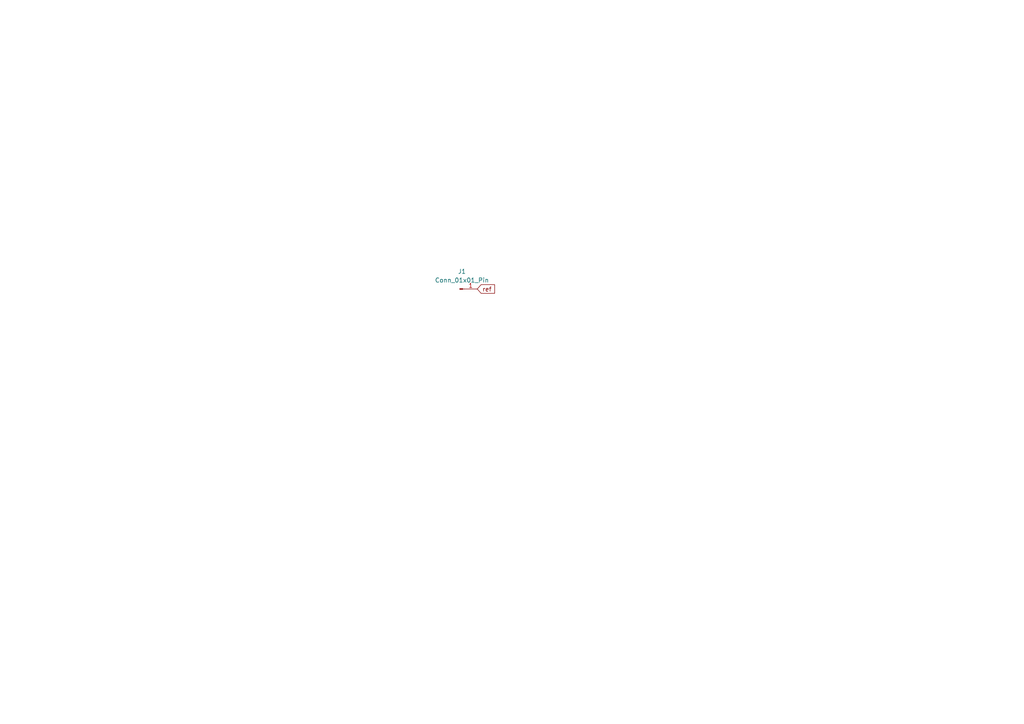
<source format=kicad_sch>
(kicad_sch (version 20231120) (generator "eeschema") (generator_version "8.0")
  (paper "A4")
  (lib_symbols
    (symbol "Connector:Conn_01x01_Pin" (pin_names (offset 1.016) hide)
      (property "Reference" "J" (at 0 2.54 0))
      (property "Value" "Conn_01x01_Pin" (at 0 -2.54 0))
      (symbol "Conn_01x01_Pin_1_1"
        (polyline (pts (xy 1.27 0) (xy 0.8636 0)) (stroke (width 0.1524)))
        (rectangle (start 0.8636 0.127) (end 0 -0.127) (stroke (width 0.1524)) (fill (type outline)))
        (pin passive line (at 5.08 0 180) (length 3.81) (name "Pin_1") (number "1"))
      )
    )
  )
  (global_label "ref" (shape input) (at 138.43 83.82 0) (property "Intersheetrefs" "${INTERSHEET_REFS}" (effects (hide yes))))
  (symbol (lib_id "Connector:Conn_01x01_Pin") (at 133.35 83.82 0) (unit 1)
    (property "Reference" "J1" (at 133.985 78.74 0))
    (property "Value" "Conn_01x01_Pin" (at 133.985 81.28 0))
    (property "Footprint" "Connector_Wire:SolderWirePad_1x01_SMD_5x10mm" (effects (hide yes)))
    (property "Description" "Generic connector, single row, 01x01, script generated" (effects (hide yes)))
  )
)
</source>
